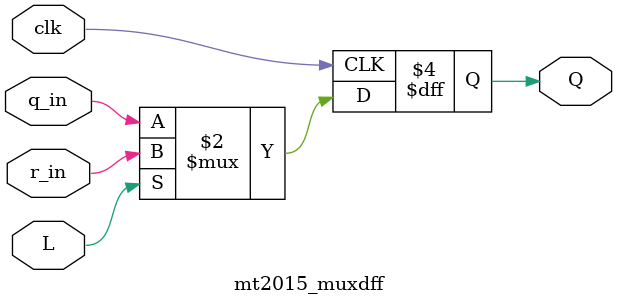
<source format=v>
module mt2015_muxdff(
	input clk,
	input L,
	input q_in,
	input r_in,
	output reg Q);
 
	initial Q=0;
	always @(posedge clk)
		Q <= L ? r_in : q_in;
	
endmodule
</source>
